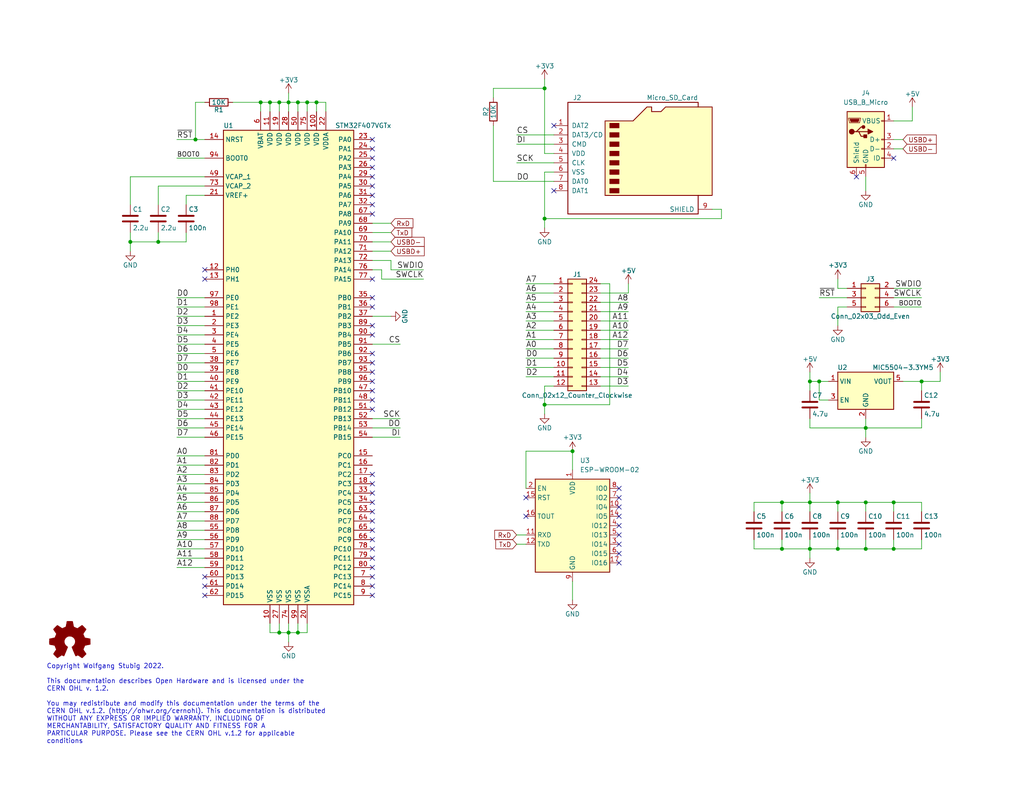
<source format=kicad_sch>
(kicad_sch (version 20211123) (generator eeschema)
  (paper "USLetter")
  (title_block (title "PlusCart Duo(+)") (date "2022-07-28") (rev "2") (company "Wolfgang Stubig"))
  (lib_symbols
    (symbol "Connector:Micro_SD_Card" (pin_names (offset 1.016))
      (property "Reference" "J" (at -16.51 15.24 0))
      (property "Value" "Micro_SD_Card" (at 16.51 15.24 0))
      (symbol "Micro_SD_Card_1_1"
        (pin bidirectional line (at -22.86 7.62 0) (length 3.81) (name "DAT2") (number "1"))
        (pin bidirectional line (at -22.86 5.08 0) (length 3.81) (name "DAT3/CD") (number "2"))
        (pin input line (at -22.86 2.54 0) (length 3.81) (name "CMD") (number "3"))
        (pin power_in line (at -22.86 0 0) (length 3.81) (name "VDD") (number "4"))
        (pin input line (at -22.86 -2.54 0) (length 3.81) (name "CLK") (number "5"))
        (pin power_in line (at -22.86 -5.08 0) (length 3.81) (name "VSS") (number "6"))
        (pin bidirectional line (at -22.86 -7.62 0) (length 3.81) (name "DAT0") (number "7"))
        (pin bidirectional line (at -22.86 -10.16 0) (length 3.81) (name "DAT1") (number "8"))
        (pin passive line (at 20.32 -15.24 180) (length 3.81) (name "SHIELD") (number "9"))
      )
    )
    (symbol "Connector:USB_B_Micro" (pin_names (offset 1.016))
      (property "Reference" "J" (at -5.08 11.43 0))
      (property "Value" "USB_B_Micro" (at -5.08 8.89 0))
      (symbol "USB_B_Micro_1_1"
        (pin power_out line (at 7.62 5.08 180) (length 2.54) (name "VBUS") (number "1"))
        (pin bidirectional line (at 7.62 -2.54 180) (length 2.54) (name "D-") (number "2"))
        (pin bidirectional line (at 7.62 0 180) (length 2.54) (name "D+") (number "3"))
        (pin passive line (at 7.62 -5.08 180) (length 2.54) (name "ID") (number "4"))
        (pin power_out line (at 0 -10.16 90) (length 2.54) (name "GND") (number "5"))
        (pin passive line (at -2.54 -10.16 90) (length 2.54) (name "Shield") (number "6"))
      )
    )
    (symbol "Connector_Generic:Conn_02x03_Odd_Even" (pin_names (offset 1.016) hide)
      (property "Reference" "J" (at 1.27 5.08 0))
      (property "Value" "Conn_02x03_Odd_Even" (at 1.27 -5.08 0))
      (symbol "Conn_02x03_Odd_Even_1_1"
        (pin passive line (at -5.08 2.54 0) (length 3.81) (name "Pin_1") (number "1"))
        (pin passive line (at 7.62 2.54 180) (length 3.81) (name "Pin_2") (number "2"))
        (pin passive line (at -5.08 0 0) (length 3.81) (name "Pin_3") (number "3"))
        (pin passive line (at 7.62 0 180) (length 3.81) (name "Pin_4") (number "4"))
        (pin passive line (at -5.08 -2.54 0) (length 3.81) (name "Pin_5") (number "5"))
        (pin passive line (at 7.62 -2.54 180) (length 3.81) (name "Pin_6") (number "6"))
      )
    )
    (symbol "Connector_Generic:Conn_02x12_Counter_Clockwise" (pin_names (offset 1.016) hide)
      (property "Reference" "J" (at 1.27 15.24 0))
      (property "Value" "Conn_02x12_Counter_Clockwise" (at 1.27 -17.78 0))
      (symbol "Conn_02x12_Counter_Clockwise_1_1"
        (pin passive line (at -5.08 12.7 0) (length 3.81) (name "Pin_1") (number "1"))
        (pin passive line (at -5.08 -10.16 0) (length 3.81) (name "Pin_10") (number "10"))
        (pin passive line (at -5.08 -12.7 0) (length 3.81) (name "Pin_11") (number "11"))
        (pin passive line (at -5.08 -15.24 0) (length 3.81) (name "Pin_12") (number "12"))
        (pin passive line (at 7.62 -15.24 180) (length 3.81) (name "Pin_13") (number "13"))
        (pin passive line (at 7.62 -12.7 180) (length 3.81) (name "Pin_14") (number "14"))
        (pin passive line (at 7.62 -10.16 180) (length 3.81) (name "Pin_15") (number "15"))
        (pin passive line (at 7.62 -7.62 180) (length 3.81) (name "Pin_16") (number "16"))
        (pin passive line (at 7.62 -5.08 180) (length 3.81) (name "Pin_17") (number "17"))
        (pin passive line (at 7.62 -2.54 180) (length 3.81) (name "Pin_18") (number "18"))
        (pin passive line (at 7.62 0 180) (length 3.81) (name "Pin_19") (number "19"))
        (pin passive line (at -5.08 10.16 0) (length 3.81) (name "Pin_2") (number "2"))
        (pin passive line (at 7.62 2.54 180) (length 3.81) (name "Pin_20") (number "20"))
        (pin passive line (at 7.62 5.08 180) (length 3.81) (name "Pin_21") (number "21"))
        (pin passive line (at 7.62 7.62 180) (length 3.81) (name "Pin_22") (number "22"))
        (pin passive line (at 7.62 10.16 180) (length 3.81) (name "Pin_23") (number "23"))
        (pin passive line (at 7.62 12.7 180) (length 3.81) (name "Pin_24") (number "24"))
        (pin passive line (at -5.08 7.62 0) (length 3.81) (name "Pin_3") (number "3"))
        (pin passive line (at -5.08 5.08 0) (length 3.81) (name "Pin_4") (number "4"))
        (pin passive line (at -5.08 2.54 0) (length 3.81) (name "Pin_5") (number "5"))
        (pin passive line (at -5.08 0 0) (length 3.81) (name "Pin_6") (number "6"))
        (pin passive line (at -5.08 -2.54 0) (length 3.81) (name "Pin_7") (number "7"))
        (pin passive line (at -5.08 -5.08 0) (length 3.81) (name "Pin_8") (number "8"))
        (pin passive line (at -5.08 -7.62 0) (length 3.81) (name "Pin_9") (number "9"))
      )
    )
    (symbol "Device:C" (pin_numbers hide) (pin_names (offset 0.254))
      (property "Reference" "C" (at 0.635 2.54 0))
      (property "Value" "C" (at 0.635 -2.54 0))
      (symbol "C_1_1"
        (pin passive line (at 0 3.81 270) (length 2.794) (name "~") (number "1"))
        (pin passive line (at 0 -3.81 90) (length 2.794) (name "~") (number "2"))
      )
    )
    (symbol "Device:R" (pin_numbers hide) (pin_names (offset 0))
      (property "Reference" "R" (at 2.032 0 90))
      (property "Value" "R" (at 0 0 90))
      (symbol "R_1_1"
        (pin passive line (at 0 3.81 270) (length 1.27) (name "~") (number "1"))
        (pin passive line (at 0 -3.81 90) (length 1.27) (name "~") (number "2"))
      )
    )
    (symbol "Graphic:Logo_Open_Hardware_Small" (pin_names (offset 1.016)))
    (symbol "MCU_ST_STM32F41:STM32F407VGTx"
      (property "Reference" "U" (at -17.78 64.77 0))
      (property "Value" "STM32F407VGTx" (at 12.7 64.77 0))
      (symbol "STM32F407VGTx_1_1"
        (pin bidirectional line (at -22.86 12.7 0) (length 5.08) (name "PE2") (number "1"))
        (pin power_in line (at -5.08 -71.12 90) (length 5.08) (name "VSS") (number "10"))
        (pin power_in line (at 7.62 68.58 270) (length 5.08) (name "VDD") (number "100"))
        (pin power_in line (at -5.08 68.58 270) (length 5.08) (name "VDD") (number "11"))
        (pin input line (at -22.86 25.4 0) (length 5.08) (name "PH0") (number "12"))
        (pin input line (at -22.86 22.86 0) (length 5.08) (name "PH1") (number "13"))
        (pin input line (at -22.86 60.96 0) (length 5.08) (name "NRST") (number "14"))
        (pin bidirectional line (at 22.86 -25.4 180) (length 5.08) (name "PC0") (number "15"))
        (pin bidirectional line (at 22.86 -27.94 180) (length 5.08) (name "PC1") (number "16"))
        (pin bidirectional line (at 22.86 -30.48 180) (length 5.08) (name "PC2") (number "17"))
        (pin bidirectional line (at 22.86 -33.02 180) (length 5.08) (name "PC3") (number "18"))
        (pin power_in line (at -2.54 68.58 270) (length 5.08) (name "VDD") (number "19"))
        (pin bidirectional line (at -22.86 10.16 0) (length 5.08) (name "PE3") (number "2"))
        (pin power_in line (at 5.08 -71.12 90) (length 5.08) (name "VSSA") (number "20"))
        (pin power_in line (at -22.86 45.72 0) (length 5.08) (name "VREF+") (number "21"))
        (pin power_in line (at 10.16 68.58 270) (length 5.08) (name "VDDA") (number "22"))
        (pin bidirectional line (at 22.86 60.96 180) (length 5.08) (name "PA0") (number "23"))
        (pin bidirectional line (at 22.86 58.42 180) (length 5.08) (name "PA1") (number "24"))
        (pin bidirectional line (at 22.86 55.88 180) (length 5.08) (name "PA2") (number "25"))
        (pin bidirectional line (at 22.86 53.34 180) (length 5.08) (name "PA3") (number "26"))
        (pin power_in line (at -2.54 -71.12 90) (length 5.08) (name "VSS") (number "27"))
        (pin power_in line (at 0 68.58 270) (length 5.08) (name "VDD") (number "28"))
        (pin bidirectional line (at 22.86 50.8 180) (length 5.08) (name "PA4") (number "29"))
        (pin bidirectional line (at -22.86 7.62 0) (length 5.08) (name "PE4") (number "3"))
        (pin bidirectional line (at 22.86 48.26 180) (length 5.08) (name "PA5") (number "30"))
        (pin bidirectional line (at 22.86 45.72 180) (length 5.08) (name "PA6") (number "31"))
        (pin bidirectional line (at 22.86 43.18 180) (length 5.08) (name "PA7") (number "32"))
        (pin bidirectional line (at 22.86 -35.56 180) (length 5.08) (name "PC4") (number "33"))
        (pin bidirectional line (at 22.86 -38.1 180) (length 5.08) (name "PC5") (number "34"))
        (pin bidirectional line (at 22.86 17.78 180) (length 5.08) (name "PB0") (number "35"))
        (pin bidirectional line (at 22.86 15.24 180) (length 5.08) (name "PB1") (number "36"))
        (pin bidirectional line (at 22.86 12.7 180) (length 5.08) (name "PB2") (number "37"))
        (pin bidirectional line (at -22.86 0 0) (length 5.08) (name "PE7") (number "38"))
        (pin bidirectional line (at -22.86 -2.54 0) (length 5.08) (name "PE8") (number "39"))
        (pin bidirectional line (at -22.86 5.08 0) (length 5.08) (name "PE5") (number "4"))
        (pin bidirectional line (at -22.86 -5.08 0) (length 5.08) (name "PE9") (number "40"))
        (pin bidirectional line (at -22.86 -7.62 0) (length 5.08) (name "PE10") (number "41"))
        (pin bidirectional line (at -22.86 -10.16 0) (length 5.08) (name "PE11") (number "42"))
        (pin bidirectional line (at -22.86 -12.7 0) (length 5.08) (name "PE12") (number "43"))
        (pin bidirectional line (at -22.86 -15.24 0) (length 5.08) (name "PE13") (number "44"))
        (pin bidirectional line (at -22.86 -17.78 0) (length 5.08) (name "PE14") (number "45"))
        (pin bidirectional line (at -22.86 -20.32 0) (length 5.08) (name "PE15") (number "46"))
        (pin bidirectional line (at 22.86 -7.62 180) (length 5.08) (name "PB10") (number "47"))
        (pin bidirectional line (at 22.86 -10.16 180) (length 5.08) (name "PB11") (number "48"))
        (pin power_in line (at -22.86 50.8 0) (length 5.08) (name "VCAP_1") (number "49"))
        (pin bidirectional line (at -22.86 2.54 0) (length 5.08) (name "PE6") (number "5"))
        (pin power_in line (at 2.54 68.58 270) (length 5.08) (name "VDD") (number "50"))
        (pin bidirectional line (at 22.86 -12.7 180) (length 5.08) (name "PB12") (number "51"))
        (pin bidirectional line (at 22.86 -15.24 180) (length 5.08) (name "PB13") (number "52"))
        (pin bidirectional line (at 22.86 -17.78 180) (length 5.08) (name "PB14") (number "53"))
        (pin bidirectional line (at 22.86 -20.32 180) (length 5.08) (name "PB15") (number "54"))
        (pin bidirectional line (at -22.86 -45.72 0) (length 5.08) (name "PD8") (number "55"))
        (pin bidirectional line (at -22.86 -48.26 0) (length 5.08) (name "PD9") (number "56"))
        (pin bidirectional line (at -22.86 -50.8 0) (length 5.08) (name "PD10") (number "57"))
        (pin bidirectional line (at -22.86 -53.34 0) (length 5.08) (name "PD11") (number "58"))
        (pin bidirectional line (at -22.86 -55.88 0) (length 5.08) (name "PD12") (number "59"))
        (pin power_in line (at -7.62 68.58 270) (length 5.08) (name "VBAT") (number "6"))
        (pin bidirectional line (at -22.86 -58.42 0) (length 5.08) (name "PD13") (number "60"))
        (pin bidirectional line (at -22.86 -60.96 0) (length 5.08) (name "PD14") (number "61"))
        (pin bidirectional line (at -22.86 -63.5 0) (length 5.08) (name "PD15") (number "62"))
        (pin bidirectional line (at 22.86 -40.64 180) (length 5.08) (name "PC6") (number "63"))
        (pin bidirectional line (at 22.86 -43.18 180) (length 5.08) (name "PC7") (number "64"))
        (pin bidirectional line (at 22.86 -45.72 180) (length 5.08) (name "PC8") (number "65"))
        (pin bidirectional line (at 22.86 -48.26 180) (length 5.08) (name "PC9") (number "66"))
        (pin bidirectional line (at 22.86 40.64 180) (length 5.08) (name "PA8") (number "67"))
        (pin bidirectional line (at 22.86 38.1 180) (length 5.08) (name "PA9") (number "68"))
        (pin bidirectional line (at 22.86 35.56 180) (length 5.08) (name "PA10") (number "69"))
        (pin bidirectional line (at 22.86 -58.42 180) (length 5.08) (name "PC13") (number "7"))
        (pin bidirectional line (at 22.86 33.02 180) (length 5.08) (name "PA11") (number "70"))
        (pin bidirectional line (at 22.86 30.48 180) (length 5.08) (name "PA12") (number "71"))
        (pin bidirectional line (at 22.86 27.94 180) (length 5.08) (name "PA13") (number "72"))
        (pin power_in line (at -22.86 48.26 0) (length 5.08) (name "VCAP_2") (number "73"))
        (pin power_in line (at 0 -71.12 90) (length 5.08) (name "VSS") (number "74"))
        (pin power_in line (at 5.08 68.58 270) (length 5.08) (name "VDD") (number "75"))
        (pin bidirectional line (at 22.86 25.4 180) (length 5.08) (name "PA14") (number "76"))
        (pin bidirectional line (at 22.86 22.86 180) (length 5.08) (name "PA15") (number "77"))
        (pin bidirectional line (at 22.86 -50.8 180) (length 5.08) (name "PC10") (number "78"))
        (pin bidirectional line (at 22.86 -53.34 180) (length 5.08) (name "PC11") (number "79"))
        (pin bidirectional line (at 22.86 -60.96 180) (length 5.08) (name "PC14") (number "8"))
        (pin bidirectional line (at 22.86 -55.88 180) (length 5.08) (name "PC12") (number "80"))
        (pin bidirectional line (at -22.86 -25.4 0) (length 5.08) (name "PD0") (number "81"))
        (pin bidirectional line (at -22.86 -27.94 0) (length 5.08) (name "PD1") (number "82"))
        (pin bidirectional line (at -22.86 -30.48 0) (length 5.08) (name "PD2") (number "83"))
        (pin bidirectional line (at -22.86 -33.02 0) (length 5.08) (name "PD3") (number "84"))
        (pin bidirectional line (at -22.86 -35.56 0) (length 5.08) (name "PD4") (number "85"))
        (pin bidirectional line (at -22.86 -38.1 0) (length 5.08) (name "PD5") (number "86"))
        (pin bidirectional line (at -22.86 -40.64 0) (length 5.08) (name "PD6") (number "87"))
        (pin bidirectional line (at -22.86 -43.18 0) (length 5.08) (name "PD7") (number "88"))
        (pin bidirectional line (at 22.86 10.16 180) (length 5.08) (name "PB3") (number "89"))
        (pin bidirectional line (at 22.86 -63.5 180) (length 5.08) (name "PC15") (number "9"))
        (pin bidirectional line (at 22.86 7.62 180) (length 5.08) (name "PB4") (number "90"))
        (pin bidirectional line (at 22.86 5.08 180) (length 5.08) (name "PB5") (number "91"))
        (pin bidirectional line (at 22.86 2.54 180) (length 5.08) (name "PB6") (number "92"))
        (pin bidirectional line (at 22.86 0 180) (length 5.08) (name "PB7") (number "93"))
        (pin input line (at -22.86 55.88 0) (length 5.08) (name "BOOT0") (number "94"))
        (pin bidirectional line (at 22.86 -2.54 180) (length 5.08) (name "PB8") (number "95"))
        (pin bidirectional line (at 22.86 -5.08 180) (length 5.08) (name "PB9") (number "96"))
        (pin bidirectional line (at -22.86 17.78 0) (length 5.08) (name "PE0") (number "97"))
        (pin bidirectional line (at -22.86 15.24 0) (length 5.08) (name "PE1") (number "98"))
        (pin power_in line (at 2.54 -71.12 90) (length 5.08) (name "VSS") (number "99"))
      )
    )
    (symbol "RF_Module:ESP-WROOM-02"
      (property "Reference" "U" (at -7.62 13.97 0))
      (property "Value" "ESP-WROOM-02" (at 10.16 13.97 0))
      (symbol "ESP-WROOM-02_1_1"
        (pin power_in line (at 0 15.24 270) (length 2.54) (name "VDD") (number "1"))
        (pin bidirectional line (at 12.7 5.08 180) (length 2.54) (name "IO4") (number "10"))
        (pin bidirectional line (at -12.7 -2.54 0) (length 2.54) (name "RXD") (number "11"))
        (pin bidirectional line (at -12.7 -5.08 0) (length 2.54) (name "TXD") (number "12"))
        (pin passive line (at 0 -15.24 90) (length 2.54) hide (name "GND") (number "13"))
        (pin bidirectional line (at 12.7 2.54 180) (length 2.54) (name "IO5") (number "14"))
        (pin input line (at -12.7 7.62 0) (length 2.54) (name "RST") (number "15"))
        (pin input line (at -12.7 2.54 0) (length 2.54) (name "TOUT") (number "16"))
        (pin bidirectional line (at 12.7 -10.16 180) (length 2.54) (name "IO16") (number "17"))
        (pin passive line (at 0 -15.24 90) (length 2.54) hide (name "GND") (number "18"))
        (pin passive line (at 0 -15.24 90) (length 2.54) hide (name "GND") (number "19"))
        (pin input line (at -12.7 10.16 0) (length 2.54) (name "EN") (number "2"))
        (pin bidirectional line (at 12.7 -5.08 180) (length 2.54) (name "IO14") (number "3"))
        (pin bidirectional line (at 12.7 0 180) (length 2.54) (name "IO12") (number "4"))
        (pin bidirectional line (at 12.7 -2.54 180) (length 2.54) (name "IO13") (number "5"))
        (pin bidirectional line (at 12.7 -7.62 180) (length 2.54) (name "IO15") (number "6"))
        (pin bidirectional line (at 12.7 7.62 180) (length 2.54) (name "IO2") (number "7"))
        (pin bidirectional line (at 12.7 10.16 180) (length 2.54) (name "IO0") (number "8"))
        (pin power_in line (at 0 -15.24 90) (length 2.54) (name "GND") (number "9"))
      )
    )
    (symbol "Regulator_Linear:MIC5504-3.3YM5"
      (property "Reference" "U" (at -7.62 8.89 0))
      (property "Value" "MIC5504-3.3YM5" (at -7.62 6.35 0))
      (symbol "MIC5504-3.3YM5_1_1"
        (pin power_in line (at -10.16 2.54 0) (length 2.54) (name "VIN") (number "1"))
        (pin power_in line (at 0 -7.62 90) (length 2.54) (name "GND") (number "2"))
        (pin input line (at -10.16 -2.54 0) (length 2.54) (name "EN") (number "3"))
        (pin no_connect line (at 7.62 -2.54 180) (length 2.54) hide (name "NC") (number "4"))
        (pin power_out line (at 10.16 2.54 180) (length 2.54) (name "VOUT") (number "5"))
      )
    )
    (symbol "power:+3V3" (power) (pin_names (offset 0))
      (property "Value" "+3V3" (at 0 3.556 0))
      (symbol "+3V3_1_1"
        (pin power_in line (at 0 0 90) (length 0) hide (name "+3V3") (number "1"))
      )
    )
    (symbol "power:+5V" (power) (pin_names (offset 0))
      (property "Value" "+5V" (at 0 3.556 0))
      (symbol "+5V_1_1"
        (pin power_in line (at 0 0 90) (length 0) hide (name "+5V") (number "1"))
      )
    )
    (symbol "power:GND" (power) (pin_names (offset 0))
      (property "Value" "GND" (at 0 -3.81 0))
      (symbol "GND_1_1"
        (pin power_in line (at 0 0 270) (length 0) hide (name "GND") (number "1"))
      )
    )
  )
  (junction (at 73.66 27.94))
  (junction (at 148.59 110.49))
  (junction (at 220.98 137.16))
  (junction (at 76.2 172.72))
  (junction (at 220.98 149.86))
  (junction (at 228.6 149.86))
  (junction (at 35.56 66.04))
  (junction (at 71.12 27.94))
  (junction (at 236.22 137.16))
  (junction (at 243.84 149.86))
  (junction (at 213.36 137.16))
  (junction (at 228.6 137.16))
  (junction (at 148.59 24.13))
  (junction (at 236.22 116.84))
  (junction (at 81.28 27.94))
  (junction (at 81.28 172.72))
  (junction (at 220.98 104.14))
  (junction (at 43.18 66.04))
  (junction (at 156.21 123.19))
  (junction (at 213.36 149.86))
  (junction (at 223.52 104.14))
  (junction (at 148.59 59.69))
  (junction (at 76.2 27.94))
  (junction (at 243.84 137.16))
  (junction (at 53.34 38.1))
  (junction (at 83.82 27.94))
  (junction (at 251.46 104.14))
  (junction (at 236.22 149.86))
  (junction (at 78.74 27.94))
  (junction (at 86.36 27.94))
  (junction (at 78.74 172.72))
  (no_connect (at 168.91 143.51))
  (no_connect (at 101.6 160.02))
  (no_connect (at 233.68 48.26))
  (no_connect (at 101.6 58.42))
  (no_connect (at 168.91 140.97))
  (no_connect (at 151.13 34.29))
  (no_connect (at 168.91 146.05))
  (no_connect (at 55.88 162.56))
  (no_connect (at 101.6 96.52))
  (no_connect (at 101.6 99.06))
  (no_connect (at 101.6 139.7))
  (no_connect (at 143.51 135.89))
  (no_connect (at 101.6 76.2))
  (no_connect (at 168.91 148.59))
  (no_connect (at 101.6 152.4))
  (no_connect (at 101.6 50.8))
  (no_connect (at 168.91 153.67))
  (no_connect (at 101.6 104.14))
  (no_connect (at 101.6 142.24))
  (no_connect (at 101.6 101.6))
  (no_connect (at 101.6 157.48))
  (no_connect (at 101.6 55.88))
  (no_connect (at 101.6 83.82))
  (no_connect (at 143.51 140.97))
  (no_connect (at 101.6 144.78))
  (no_connect (at 168.91 135.89))
  (no_connect (at 101.6 162.56))
  (no_connect (at 168.91 151.13))
  (no_connect (at 101.6 48.26))
  (no_connect (at 101.6 43.18))
  (no_connect (at 168.91 138.43))
  (no_connect (at 101.6 111.76))
  (no_connect (at 101.6 81.28))
  (no_connect (at 101.6 149.86))
  (no_connect (at 101.6 134.62))
  (no_connect (at 101.6 88.9))
  (no_connect (at 101.6 38.1))
  (no_connect (at 168.91 133.35))
  (no_connect (at 101.6 40.64))
  (no_connect (at 101.6 109.22))
  (no_connect (at 101.6 147.32))
  (no_connect (at 101.6 45.72))
  (no_connect (at 101.6 132.08))
  (no_connect (at 55.88 157.48))
  (no_connect (at 101.6 53.34))
  (no_connect (at 101.6 137.16))
  (no_connect (at 101.6 154.94))
  (no_connect (at 55.88 76.2))
  (no_connect (at 101.6 91.44))
  (no_connect (at 101.6 106.68))
  (no_connect (at 243.84 43.18))
  (no_connect (at 55.88 160.02))
  (no_connect (at 151.13 52.07))
  (no_connect (at 101.6 129.54))
  (no_connect (at 55.88 73.66))
  (wire (pts (xy 109.22 93.98) (xy 101.6 93.98)))
  (wire (pts (xy 220.98 149.86) (xy 228.6 149.86)))
  (wire (pts (xy 53.34 27.94) (xy 55.88 27.94)))
  (wire (pts (xy 48.26 43.18) (xy 55.88 43.18)))
  (wire (pts (xy 213.36 137.16) (xy 220.98 137.16)))
  (wire (pts (xy 171.45 87.63) (xy 163.83 87.63)))
  (wire (pts (xy 171.45 85.09) (xy 163.83 85.09)))
  (wire (pts (xy 151.13 41.91) (xy 148.59 41.91)))
  (wire (pts (xy 43.18 66.04) (xy 50.8 66.04)))
  (wire (pts (xy 251.46 104.14) (xy 251.46 106.68)))
  (wire (pts (xy 143.51 123.19) (xy 156.21 123.19)))
  (wire (pts (xy 73.66 170.18) (xy 73.66 172.72)))
  (wire (pts (xy 78.74 172.72) (xy 81.28 172.72)))
  (wire (pts (xy 101.6 86.36) (xy 106.68 86.36)))
  (wire (pts (xy 48.26 127) (xy 55.88 127)))
  (wire (pts (xy 220.98 134.62) (xy 220.98 137.16)))
  (wire (pts (xy 251.46 104.14) (xy 256.54 104.14)))
  (wire (pts (xy 251.46 149.86) (xy 251.46 147.32)))
  (wire (pts (xy 243.84 81.28) (xy 251.46 81.28)))
  (wire (pts (xy 243.84 149.86) (xy 251.46 149.86)))
  (wire (pts (xy 243.84 137.16) (xy 251.46 137.16)))
  (wire (pts (xy 140.97 148.59) (xy 143.51 148.59)))
  (wire (pts (xy 243.84 83.82) (xy 251.46 83.82)))
  (wire (pts (xy 236.22 114.3) (xy 236.22 116.84)))
  (wire (pts (xy 148.59 105.41) (xy 151.13 105.41)))
  (wire (pts (xy 101.6 116.84) (xy 109.22 116.84)))
  (wire (pts (xy 48.26 104.14) (xy 55.88 104.14)))
  (wire (pts (xy 220.98 116.84) (xy 220.98 114.3)))
  (wire (pts (xy 48.26 119.38) (xy 55.88 119.38)))
  (wire (pts (xy 101.6 66.04) (xy 106.68 66.04)))
  (wire (pts (xy 53.34 38.1) (xy 53.34 27.94)))
  (wire (pts (xy 71.12 30.48) (xy 71.12 27.94)))
  (wire (pts (xy 243.84 137.16) (xy 243.84 139.7)))
  (wire (pts (xy 115.57 73.66) (xy 106.68 73.66)))
  (wire (pts (xy 76.2 30.48) (xy 76.2 27.94)))
  (wire (pts (xy 109.22 119.38) (xy 101.6 119.38)))
  (wire (pts (xy 48.26 86.36) (xy 55.88 86.36)))
  (wire (pts (xy 148.59 59.69) (xy 148.59 62.23)))
  (wire (pts (xy 228.6 149.86) (xy 236.22 149.86)))
  (wire (pts (xy 236.22 116.84) (xy 251.46 116.84)))
  (wire (pts (xy 55.88 53.34) (xy 50.8 53.34)))
  (wire (pts (xy 220.98 116.84) (xy 236.22 116.84)))
  (wire (pts (xy 143.51 95.25) (xy 151.13 95.25)))
  (wire (pts (xy 48.26 139.7) (xy 55.88 139.7)))
  (wire (pts (xy 35.56 66.04) (xy 35.56 68.58)))
  (wire (pts (xy 228.6 147.32) (xy 228.6 149.86)))
  (wire (pts (xy 243.84 149.86) (xy 243.84 147.32)))
  (wire (pts (xy 48.26 149.86) (xy 55.88 149.86)))
  (wire (pts (xy 101.6 60.96) (xy 106.68 60.96)))
  (wire (pts (xy 163.83 90.17) (xy 171.45 90.17)))
  (wire (pts (xy 251.46 78.74) (xy 243.84 78.74)))
  (wire (pts (xy 246.38 104.14) (xy 251.46 104.14)))
  (wire (pts (xy 50.8 53.34) (xy 50.8 55.88)))
  (wire (pts (xy 83.82 27.94) (xy 86.36 27.94)))
  (wire (pts (xy 220.98 104.14) (xy 223.52 104.14)))
  (wire (pts (xy 220.98 149.86) (xy 220.98 152.4)))
  (wire (pts (xy 236.22 116.84) (xy 236.22 119.38)))
  (wire (pts (xy 48.26 106.68) (xy 55.88 106.68)))
  (wire (pts (xy 231.14 81.28) (xy 223.52 81.28)))
  (wire (pts (xy 78.74 170.18) (xy 78.74 172.72)))
  (wire (pts (xy 148.59 24.13) (xy 148.59 21.59)))
  (wire (pts (xy 236.22 149.86) (xy 243.84 149.86)))
  (wire (pts (xy 143.51 102.87) (xy 151.13 102.87)))
  (wire (pts (xy 81.28 172.72) (xy 83.82 172.72)))
  (wire (pts (xy 148.59 24.13) (xy 134.62 24.13)))
  (wire (pts (xy 55.88 48.26) (xy 35.56 48.26)))
  (wire (pts (xy 213.36 137.16) (xy 213.36 139.7)))
  (wire (pts (xy 76.2 170.18) (xy 76.2 172.72)))
  (wire (pts (xy 236.22 137.16) (xy 243.84 137.16)))
  (wire (pts (xy 251.46 116.84) (xy 251.46 114.3)))
  (wire (pts (xy 55.88 91.44) (xy 48.26 91.44)))
  (wire (pts (xy 196.85 57.15) (xy 194.31 57.15)))
  (wire (pts (xy 243.84 38.1) (xy 246.38 38.1)))
  (wire (pts (xy 43.18 50.8) (xy 43.18 55.88)))
  (wire (pts (xy 73.66 27.94) (xy 76.2 27.94)))
  (wire (pts (xy 151.13 87.63) (xy 143.51 87.63)))
  (wire (pts (xy 151.13 44.45) (xy 140.97 44.45)))
  (wire (pts (xy 76.2 172.72) (xy 78.74 172.72)))
  (wire (pts (xy 205.74 137.16) (xy 213.36 137.16)))
  (wire (pts (xy 86.36 27.94) (xy 88.9 27.94)))
  (wire (pts (xy 148.59 41.91) (xy 148.59 24.13)))
  (wire (pts (xy 163.83 82.55) (xy 171.45 82.55)))
  (wire (pts (xy 55.88 134.62) (xy 48.26 134.62)))
  (wire (pts (xy 50.8 66.04) (xy 50.8 63.5)))
  (wire (pts (xy 205.74 137.16) (xy 205.74 139.7)))
  (wire (pts (xy 220.98 147.32) (xy 220.98 149.86)))
  (wire (pts (xy 104.14 76.2) (xy 104.14 73.66)))
  (wire (pts (xy 43.18 66.04) (xy 43.18 63.5)))
  (wire (pts (xy 104.14 73.66) (xy 101.6 73.66)))
  (wire (pts (xy 148.59 46.99) (xy 148.59 59.69)))
  (wire (pts (xy 223.52 109.22) (xy 223.52 104.14)))
  (wire (pts (xy 48.26 88.9) (xy 55.88 88.9)))
  (wire (pts (xy 248.92 33.02) (xy 243.84 33.02)))
  (wire (pts (xy 55.88 152.4) (xy 48.26 152.4)))
  (wire (pts (xy 151.13 82.55) (xy 143.51 82.55)))
  (wire (pts (xy 48.26 154.94) (xy 55.88 154.94)))
  (wire (pts (xy 115.57 76.2) (xy 104.14 76.2)))
  (wire (pts (xy 134.62 24.13) (xy 134.62 26.67)))
  (wire (pts (xy 156.21 123.19) (xy 156.21 128.27)))
  (wire (pts (xy 143.51 80.01) (xy 151.13 80.01)))
  (wire (pts (xy 106.68 71.12) (xy 101.6 71.12)))
  (wire (pts (xy 163.83 105.41) (xy 171.45 105.41)))
  (wire (pts (xy 151.13 46.99) (xy 148.59 46.99)))
  (wire (pts (xy 236.22 139.7) (xy 236.22 137.16)))
  (wire (pts (xy 140.97 39.37) (xy 151.13 39.37)))
  (wire (pts (xy 48.26 116.84) (xy 55.88 116.84)))
  (wire (pts (xy 151.13 97.79) (xy 143.51 97.79)))
  (wire (pts (xy 143.51 85.09) (xy 151.13 85.09)))
  (wire (pts (xy 81.28 30.48) (xy 81.28 27.94)))
  (wire (pts (xy 53.34 38.1) (xy 55.88 38.1)))
  (wire (pts (xy 88.9 27.94) (xy 88.9 30.48)))
  (wire (pts (xy 48.26 96.52) (xy 55.88 96.52)))
  (wire (pts (xy 134.62 49.53) (xy 151.13 49.53)))
  (wire (pts (xy 163.83 95.25) (xy 171.45 95.25)))
  (wire (pts (xy 83.82 172.72) (xy 83.82 170.18)))
  (wire (pts (xy 231.14 78.74) (xy 228.6 78.74)))
  (wire (pts (xy 196.85 59.69) (xy 196.85 57.15)))
  (wire (pts (xy 213.36 149.86) (xy 213.36 147.32)))
  (wire (pts (xy 148.59 105.41) (xy 148.59 110.49)))
  (wire (pts (xy 81.28 170.18) (xy 81.28 172.72)))
  (wire (pts (xy 55.88 147.32) (xy 48.26 147.32)))
  (wire (pts (xy 48.26 144.78) (xy 55.88 144.78)))
  (wire (pts (xy 71.12 27.94) (xy 73.66 27.94)))
  (wire (pts (xy 151.13 77.47) (xy 143.51 77.47)))
  (wire (pts (xy 256.54 104.14) (xy 256.54 101.6)))
  (wire (pts (xy 55.88 129.54) (xy 48.26 129.54)))
  (wire (pts (xy 35.56 48.26) (xy 35.56 55.88)))
  (wire (pts (xy 166.37 110.49) (xy 148.59 110.49)))
  (wire (pts (xy 163.83 77.47) (xy 166.37 77.47)))
  (wire (pts (xy 226.06 109.22) (xy 223.52 109.22)))
  (wire (pts (xy 35.56 66.04) (xy 43.18 66.04)))
  (wire (pts (xy 48.26 132.08) (xy 55.88 132.08)))
  (wire (pts (xy 73.66 30.48) (xy 73.66 27.94)))
  (wire (pts (xy 156.21 158.75) (xy 156.21 163.83)))
  (wire (pts (xy 171.45 97.79) (xy 163.83 97.79)))
  (wire (pts (xy 78.74 172.72) (xy 78.74 175.26)))
  (wire (pts (xy 55.88 142.24) (xy 48.26 142.24)))
  (wire (pts (xy 213.36 149.86) (xy 220.98 149.86)))
  (wire (pts (xy 248.92 29.21) (xy 248.92 33.02)))
  (wire (pts (xy 243.84 40.64) (xy 246.38 40.64)))
  (wire (pts (xy 223.52 104.14) (xy 226.06 104.14)))
  (wire (pts (xy 55.88 111.76) (xy 48.26 111.76)))
  (wire (pts (xy 109.22 114.3) (xy 101.6 114.3)))
  (wire (pts (xy 171.45 102.87) (xy 163.83 102.87)))
  (wire (pts (xy 140.97 146.05) (xy 143.51 146.05)))
  (wire (pts (xy 81.28 27.94) (xy 83.82 27.94)))
  (wire (pts (xy 228.6 83.82) (xy 228.6 88.9)))
  (wire (pts (xy 148.59 110.49) (xy 148.59 113.03)))
  (wire (pts (xy 205.74 149.86) (xy 213.36 149.86)))
  (wire (pts (xy 76.2 27.94) (xy 78.74 27.94)))
  (wire (pts (xy 83.82 30.48) (xy 83.82 27.94)))
  (wire (pts (xy 78.74 25.4) (xy 78.74 27.94)))
  (wire (pts (xy 48.26 81.28) (xy 55.88 81.28)))
  (wire (pts (xy 220.98 137.16) (xy 220.98 139.7)))
  (wire (pts (xy 205.74 149.86) (xy 205.74 147.32)))
  (wire (pts (xy 78.74 27.94) (xy 81.28 27.94)))
  (wire (pts (xy 134.62 49.53) (xy 134.62 34.29)))
  (wire (pts (xy 151.13 100.33) (xy 143.51 100.33)))
  (wire (pts (xy 78.74 27.94) (xy 78.74 30.48)))
  (wire (pts (xy 143.51 90.17) (xy 151.13 90.17)))
  (wire (pts (xy 73.66 172.72) (xy 76.2 172.72)))
  (wire (pts (xy 148.59 59.69) (xy 196.85 59.69)))
  (wire (pts (xy 48.26 101.6) (xy 55.88 101.6)))
  (wire (pts (xy 171.45 77.47) (xy 171.45 80.01)))
  (wire (pts (xy 220.98 104.14) (xy 220.98 106.68)))
  (wire (pts (xy 86.36 30.48) (xy 86.36 27.94)))
  (wire (pts (xy 151.13 92.71) (xy 143.51 92.71)))
  (wire (pts (xy 55.88 124.46) (xy 48.26 124.46)))
  (wire (pts (xy 236.22 48.26) (xy 236.22 52.07)))
  (wire (pts (xy 228.6 137.16) (xy 236.22 137.16)))
  (wire (pts (xy 48.26 38.1) (xy 53.34 38.1)))
  (wire (pts (xy 48.26 109.22) (xy 55.88 109.22)))
  (wire (pts (xy 231.14 83.82) (xy 228.6 83.82)))
  (wire (pts (xy 220.98 137.16) (xy 228.6 137.16)))
  (wire (pts (xy 140.97 36.83) (xy 151.13 36.83)))
  (wire (pts (xy 228.6 78.74) (xy 228.6 76.2)))
  (wire (pts (xy 163.83 100.33) (xy 171.45 100.33)))
  (wire (pts (xy 48.26 93.98) (xy 55.88 93.98)))
  (wire (pts (xy 35.56 63.5) (xy 35.56 66.04)))
  (wire (pts (xy 55.88 50.8) (xy 43.18 50.8)))
  (wire (pts (xy 251.46 137.16) (xy 251.46 139.7)))
  (wire (pts (xy 48.26 83.82) (xy 55.88 83.82)))
  (wire (pts (xy 228.6 139.7) (xy 228.6 137.16)))
  (wire (pts (xy 48.26 99.06) (xy 55.88 99.06)))
  (wire (pts (xy 220.98 101.6) (xy 220.98 104.14)))
  (wire (pts (xy 63.5 27.94) (xy 71.12 27.94)))
  (wire (pts (xy 236.22 147.32) (xy 236.22 149.86)))
  (wire (pts (xy 55.88 137.16) (xy 48.26 137.16)))
  (wire (pts (xy 106.68 73.66) (xy 106.68 71.12)))
  (wire (pts (xy 171.45 92.71) (xy 163.83 92.71)))
  (wire (pts (xy 166.37 77.47) (xy 166.37 110.49)))
  (wire (pts (xy 171.45 80.01) (xy 163.83 80.01)))
  (wire (pts (xy 101.6 68.58) (xy 106.68 68.58)))
  (wire (pts (xy 143.51 133.35) (xy 143.51 123.19)))
  (wire (pts (xy 48.26 114.3) (xy 55.88 114.3)))
  (wire (pts (xy 101.6 63.5) (xy 106.68 63.5)))
  (text "Copyright Wolfgang Stubig 2022.\n\nThis documentation describes Open Hardware and is licensed under the\nCERN OHL v. 1.2.\n\nYou may redistribute and modify this documentation under the terms of the\nCERN OHL v.1.2. (http://ohwr.org/cernohl). This documentation is distributed\nWITHOUT ANY EXPRESS OR IMPLIED WARRANTY, INCLUDING OF\nMERCHANTABILITY, SATISFACTORY QUALITY AND FITNESS FOR A\nPARTICULAR PURPOSE. Please see the CERN OHL v.1.2 for applicable\nconditions" (at 12.7 203.2 0) (effects (font (size 1.27 1.27)) (justify left bottom)))
  (label "D6" (at 48.26 116.84 0) (effects (font (size 1.524 1.524))))
  (label "A9" (at 171.45 85.09 180) (effects (font (size 1.524 1.524))))
  (label "D4" (at 171.45 102.87 180) (effects (font (size 1.524 1.524))))
  (label "A1" (at 143.51 92.71 0) (effects (font (size 1.524 1.524))))
  (label "D7" (at 48.26 119.38 0) (effects (font (size 1.524 1.524))))
  (label "SCK" (at 109.22 114.3 180) (effects (font (size 1.524 1.524))))
  (label "A1" (at 48.26 127 0) (effects (font (size 1.524 1.524))))
  (label "D7" (at 48.26 99.06 0) (effects (font (size 1.524 1.524))))
  (label "A2" (at 143.51 90.17 0) (effects (font (size 1.524 1.524))))
  (label "SWDIO" (at 115.57 73.66 180) (effects (font (size 1.524 1.524))))
  (label "CS" (at 140.97 36.83 0) (effects (font (size 1.524 1.524))))
  (label "A7" (at 143.51 77.47 0) (effects (font (size 1.524 1.524))))
  (label "D5" (at 48.26 114.3 0) (effects (font (size 1.524 1.524))))
  (label "D6" (at 171.45 97.79 180) (effects (font (size 1.524 1.524))))
  (label "A2" (at 48.26 129.54 0) (effects (font (size 1.524 1.524))))
  (label "~{RST}" (at 48.26 38.1 0) (effects (font (size 1.524 1.524))))
  (label "D3" (at 48.26 88.9 0) (effects (font (size 1.524 1.524))))
  (label "A10" (at 48.26 149.86 0) (effects (font (size 1.524 1.524))))
  (label "A6" (at 143.51 80.01 0) (effects (font (size 1.524 1.524))))
  (label "DO" (at 109.22 116.84 180) (effects (font (size 1.524 1.524))))
  (label "D1" (at 48.26 104.14 0) (effects (font (size 1.524 1.524))))
  (label "A10" (at 171.45 90.17 180) (effects (font (size 1.524 1.524))))
  (label "D5" (at 171.45 100.33 180) (effects (font (size 1.524 1.524))))
  (label "A4" (at 143.51 85.09 0) (effects (font (size 1.524 1.524))))
  (label "D5" (at 48.26 93.98 0) (effects (font (size 1.524 1.524))))
  (label "D0" (at 48.26 101.6 0) (effects (font (size 1.524 1.524))))
  (label "A0" (at 143.51 95.25 0) (effects (font (size 1.524 1.524))))
  (label "SWCLK" (at 251.46 81.28 180) (effects (font (size 1.524 1.524))))
  (label "A12" (at 171.45 92.71 180) (effects (font (size 1.524 1.524))))
  (label "D4" (at 48.26 91.44 0) (effects (font (size 1.524 1.524))))
  (label "D2" (at 143.51 102.87 0) (effects (font (size 1.524 1.524))))
  (label "D2" (at 48.26 106.68 0) (effects (font (size 1.524 1.524))))
  (label "A12" (at 48.26 154.94 0) (effects (font (size 1.524 1.524))))
  (label "A0" (at 48.26 124.46 0) (effects (font (size 1.524 1.524))))
  (label "D4" (at 48.26 111.76 0) (effects (font (size 1.524 1.524))))
  (label "D0" (at 48.26 81.28 0) (effects (font (size 1.524 1.524))))
  (label "D3" (at 171.45 105.41 180) (effects (font (size 1.524 1.524))))
  (label "A8" (at 171.45 82.55 180) (effects (font (size 1.524 1.524))))
  (label "~{RST}" (at 223.52 81.28 0) (effects (font (size 1.524 1.524))))
  (label "SWCLK" (at 115.57 76.2 180) (effects (font (size 1.524 1.524))))
  (label "D1" (at 143.51 100.33 0) (effects (font (size 1.524 1.524))))
  (label "A7" (at 48.26 142.24 0) (effects (font (size 1.524 1.524))))
  (label "A4" (at 48.26 134.62 0) (effects (font (size 1.524 1.524))))
  (label "SWDIO" (at 251.46 78.74 180) (effects (font (size 1.524 1.524))))
  (label "SCK" (at 140.97 44.45 0) (effects (font (size 1.524 1.524))))
  (label "A5" (at 143.51 82.55 0) (effects (font (size 1.524 1.524))))
  (label "A3" (at 48.26 132.08 0) (effects (font (size 1.524 1.524))))
  (label "D6" (at 48.26 96.52 0) (effects (font (size 1.524 1.524))))
  (label "DI" (at 140.97 39.37 0) (effects (font (size 1.524 1.524))))
  (label "A6" (at 48.26 139.7 0) (effects (font (size 1.524 1.524))))
  (label "A11" (at 171.45 87.63 180) (effects (font (size 1.524 1.524))))
  (label "A11" (at 48.26 152.4 0) (effects (font (size 1.524 1.524))))
  (label "D0" (at 143.51 97.79 0) (effects (font (size 1.524 1.524))))
  (label "A9" (at 48.26 147.32 0) (effects (font (size 1.524 1.524))))
  (label "CS" (at 109.22 93.98 180) (effects (font (size 1.524 1.524))))
  (label "D2" (at 48.26 86.36 0) (effects (font (size 1.524 1.524))))
  (label "DI" (at 109.22 119.38 180) (effects (font (size 1.524 1.524))))
  (label "DO" (at 140.97 49.53 0) (effects (font (size 1.524 1.524))))
  (label "D3" (at 48.26 109.22 0) (effects (font (size 1.524 1.524))))
  (label "A3" (at 143.51 87.63 0) (effects (font (size 1.524 1.524))))
  (label "A8" (at 48.26 144.78 0) (effects (font (size 1.524 1.524))))
  (label "D7" (at 171.45 95.25 180) (effects (font (size 1.524 1.524))))
  (label "D1" (at 48.26 83.82 0) (effects (font (size 1.524 1.524))))
  (label "BOOT0" (at 251.46 83.82 180))
  (label "A5" (at 48.26 137.16 0) (effects (font (size 1.524 1.524))))
  (label "BOOT0" (at 48.26 43.18 0))
  (global_label "USBD-" (shape input) (at 106.68 66.04 0) (property "Intersheet References" "${INTERSHEET_REFS}" (effects hide)))
  (global_label "RxD" (shape input) (at 106.68 60.96 0) (property "Intersheet References" "${INTERSHEET_REFS}" (effects hide)))
  (global_label "TxD" (shape input) (at 140.97 148.59 180) (property "Intersheet References" "${INTERSHEET_REFS}" (effects hide)))
  (global_label "USBD+" (shape input) (at 246.38 38.1 0) (property "Intersheet References" "${INTERSHEET_REFS}" (effects hide)))
  (global_label "RxD" (shape input) (at 140.97 146.05 180) (property "Intersheet References" "${INTERSHEET_REFS}" (effects hide)))
  (global_label "TxD" (shape input) (at 106.68 63.5 0) (property "Intersheet References" "${INTERSHEET_REFS}" (effects hide)))
  (global_label "USBD+" (shape input) (at 106.68 68.58 0) (property "Intersheet References" "${INTERSHEET_REFS}" (effects hide)))
  (global_label "USBD-" (shape input) (at 246.38 40.64 0) (property "Intersheet References" "${INTERSHEET_REFS}" (effects hide)))
  (symbol (lib_id "Connector_Generic:Conn_02x12_Counter_Clockwise") (at 156.21 90.17 0) (unit 1)
    (property "Reference" "J1" (at 157.48 74.93 0))
    (property "Value" "Conn_02x12_Counter_Clockwise" (at 157.48 107.95 0))
    (property "Footprint" "unocart-2600:2600-CARTRIDGE" (effects hide))
  )
  (symbol (lib_id "power:GND") (at 148.59 113.03 0) (unit 1)
    (property "Reference" "#PWR01" (effects hide))
    (property "Value" "GND" (at 148.59 116.84 0))
  )
  (symbol (lib_id "power:+5V") (at 171.45 77.47 0) (unit 1)
    (property "Reference" "#PWR02" (effects hide))
    (property "Value" "+5V" (at 171.45 73.914 0))
  )
  (symbol (lib_id "MCU_ST_STM32F41:STM32F407VGTx") (at 78.74 99.06 0) (unit 1)
    (property "Reference" "U1" (at 60.96 34.29 0) (effects (justify left)))
    (property "Value" "STM32F407VGTx" (at 91.44 34.29 0) (effects (justify left)))
    (property "Footprint" "Package_QFP:LQFP-100_14x14mm_P0.5mm" (effects hide))
  )
  (symbol (lib_id "power:GND") (at 78.74 175.26 0) (unit 1)
    (property "Reference" "#PWR03" (effects hide))
    (property "Value" "GND" (at 78.74 179.07 0))
  )
  (symbol (lib_id "power:+3V3") (at 78.74 25.4 0) (unit 1)
    (property "Reference" "#PWR04" (effects hide))
    (property "Value" "+3V3" (at 78.74 21.844 0))
  )
  (symbol (lib_id "Device:R") (at 59.69 27.94 270) (unit 1)
    (property "Reference" "R1" (at 59.69 29.972 90))
    (property "Value" "10K" (at 59.69 27.94 90))
    (property "Footprint" "Resistor_SMD:R_0603_1608Metric" (effects hide))
  )
  (symbol (lib_id "Device:C") (at 43.18 59.69 0) (unit 1)
    (property "Reference" "C2" (at 43.815 57.15 0) (effects (justify left)))
    (property "Value" "2.2u" (at 43.815 62.23 0) (effects (justify left)))
    (property "Footprint" "Capacitor_SMD:C_0603_1608Metric" (effects hide))
  )
  (symbol (lib_id "Device:C") (at 35.56 59.69 0) (unit 1)
    (property "Reference" "C1" (at 36.195 57.15 0) (effects (justify left)))
    (property "Value" "2.2u" (at 36.195 62.23 0) (effects (justify left)))
    (property "Footprint" "Capacitor_SMD:C_0603_1608Metric" (effects hide))
  )
  (symbol (lib_id "power:GND") (at 35.56 68.58 0) (unit 1)
    (property "Reference" "#PWR05" (effects hide))
    (property "Value" "GND" (at 35.56 72.39 0))
  )
  (symbol (lib_id "Connector:Micro_SD_Card") (at 173.99 41.91 0) (unit 1)
    (property "Reference" "J2" (at 157.48 26.67 0))
    (property "Value" "Micro_SD_Card" (at 190.5 26.67 0) (effects (justify right)))
    (property "Footprint" "unocart-2600:microSD_HRO_TF_01A" (effects hide))
  )
  (symbol (lib_id "power:GND") (at 148.59 62.23 0) (unit 1)
    (property "Reference" "#PWR06" (effects hide))
    (property "Value" "GND" (at 148.59 66.04 0))
  )
  (symbol (lib_id "power:+3V3") (at 148.59 21.59 0) (unit 1)
    (property "Reference" "#PWR07" (effects hide))
    (property "Value" "+3V3" (at 148.59 18.034 0))
  )
  (symbol (lib_id "Device:C") (at 50.8 59.69 0) (unit 1)
    (property "Reference" "C3" (at 51.435 57.15 0) (effects (justify left)))
    (property "Value" "100n" (at 51.435 62.23 0) (effects (justify left)))
    (property "Footprint" "Capacitor_SMD:C_0603_1608Metric" (effects hide))
  )
  (symbol (lib_id "Device:C") (at 220.98 143.51 0) (unit 1)
    (property "Reference" "C8" (at 221.615 140.97 0) (effects (justify left)))
    (property "Value" "100n" (at 221.615 146.05 0) (effects (justify left)))
    (property "Footprint" "Capacitor_SMD:C_0603_1608Metric" (effects hide))
  )
  (symbol (lib_id "Device:C") (at 228.6 143.51 0) (unit 1)
    (property "Reference" "C9" (at 229.235 140.97 0) (effects (justify left)))
    (property "Value" "100n" (at 229.235 146.05 0) (effects (justify left)))
    (property "Footprint" "Capacitor_SMD:C_0603_1608Metric" (effects hide))
  )
  (symbol (lib_id "Device:C") (at 236.22 143.51 0) (unit 1)
    (property "Reference" "C10" (at 236.855 140.97 0) (effects (justify left)))
    (property "Value" "100n" (at 236.855 146.05 0) (effects (justify left)))
    (property "Footprint" "Capacitor_SMD:C_0603_1608Metric" (effects hide))
  )
  (symbol (lib_id "Device:C") (at 213.36 143.51 0) (unit 1)
    (property "Reference" "C6" (at 213.995 140.97 0) (effects (justify left)))
    (property "Value" "100n" (at 213.995 146.05 0) (effects (justify left)))
    (property "Footprint" "Capacitor_SMD:C_0603_1608Metric" (effects hide))
  )
  (symbol (lib_id "Device:C") (at 205.74 143.51 0) (unit 1)
    (property "Reference" "C5" (at 206.375 140.97 0) (effects (justify left)))
    (property "Value" "100n" (at 206.375 146.05 0) (effects (justify left)))
    (property "Footprint" "Capacitor_SMD:C_0603_1608Metric" (effects hide))
  )
  (symbol (lib_id "Device:C") (at 243.84 143.51 0) (unit 1)
    (property "Reference" "C11" (at 244.475 140.97 0) (effects (justify left)))
    (property "Value" "100n" (at 244.475 146.05 0) (effects (justify left)))
    (property "Footprint" "Capacitor_SMD:C_0603_1608Metric" (effects hide))
  )
  (symbol (lib_id "power:GND") (at 220.98 152.4 0) (unit 1)
    (property "Reference" "#PWR08" (effects hide))
    (property "Value" "GND" (at 220.98 156.21 0))
  )
  (symbol (lib_id "power:+3V3") (at 220.98 134.62 0) (unit 1)
    (property "Reference" "#PWR09" (effects hide))
    (property "Value" "+3V3" (at 220.98 131.064 0))
  )
  (symbol (lib_id "Connector_Generic:Conn_02x03_Odd_Even") (at 236.22 81.28 0) (unit 1)
    (property "Reference" "J3" (at 237.49 76.2 0))
    (property "Value" "Conn_02x03_Odd_Even" (at 237.49 86.36 0))
    (property "Footprint" "Connector:Tag-Connect_TC2030-IDC-NL_2x03_P1.27mm_Vertical" (effects hide))
  )
  (symbol (lib_id "power:+3V3") (at 228.6 76.2 0) (unit 1)
    (property "Reference" "#PWR010" (effects hide))
    (property "Value" "+3V3" (at 228.6 72.39 0))
  )
  (symbol (lib_id "power:GND") (at 228.6 88.9 0) (unit 1)
    (property "Reference" "#PWR011" (effects hide))
    (property "Value" "GND" (at 228.6 92.71 0))
  )
  (symbol (lib_id "Regulator_Linear:MIC5504-3.3YM5") (at 236.22 106.68 0) (unit 1)
    (property "Reference" "U2" (at 229.87 100.33 0))
    (property "Value" "MIC5504-3.3YM5" (at 246.38 100.33 0))
    (property "Footprint" "Package_TO_SOT_SMD:SOT-23-5" (effects hide))
  )
  (symbol (lib_id "power:GND") (at 236.22 119.38 0) (unit 1)
    (property "Reference" "#PWR012" (effects hide))
    (property "Value" "GND" (at 236.22 123.19 0))
  )
  (symbol (lib_id "Device:C") (at 220.98 110.49 0) (unit 1)
    (property "Reference" "C7" (at 221.615 107.95 0) (effects (justify left)))
    (property "Value" "4.7u" (at 221.615 113.03 0) (effects (justify left)))
    (property "Footprint" "Capacitor_SMD:C_0805_2012Metric" (effects hide))
  )
  (symbol (lib_id "Device:C") (at 251.46 110.49 0) (unit 1)
    (property "Reference" "C12" (at 252.095 107.95 0) (effects (justify left)))
    (property "Value" "4.7u" (at 252.095 113.03 0) (effects (justify left)))
    (property "Footprint" "Capacitor_SMD:C_0805_2012Metric" (effects hide))
  )
  (symbol (lib_id "power:+5V") (at 220.98 101.6 0) (unit 1)
    (property "Reference" "#PWR013" (effects hide))
    (property "Value" "+5V" (at 220.98 98.044 0))
  )
  (symbol (lib_id "power:+3V3") (at 256.54 101.6 0) (unit 1)
    (property "Reference" "#PWR014" (effects hide))
    (property "Value" "+3V3" (at 256.54 98.044 0))
  )
  (symbol (lib_id "Device:C") (at 251.46 143.51 0) (unit 1)
    (property "Reference" "C13" (at 252.095 140.97 0) (effects (justify left)))
    (property "Value" "100n" (at 252.095 146.05 0) (effects (justify left)))
    (property "Footprint" "Capacitor_SMD:C_0603_1608Metric" (effects hide))
  )
  (symbol (lib_id "Device:R") (at 134.62 30.48 180) (unit 1)
    (property "Reference" "R2" (at 132.588 30.48 90))
    (property "Value" "10K" (at 134.62 30.48 90))
    (property "Footprint" "Resistor_SMD:R_0603_1608Metric" (effects hide))
  )
  (symbol (lib_id "Graphic:Logo_Open_Hardware_Small") (at 19.05 175.26 0) (unit 1)
    (property "Reference" "#LOGO1" (effects hide))
    (property "Value" "Logo_Open_Hardware_Small" (effects hide))
    (property "Footprint" "Symbol:OSHW-Symbol_8.9x8mm_SilkScreen" (effects hide))
  )
  (symbol (lib_id "power:GND") (at 156.21 163.83 0) (unit 1)
    (property "Reference" "#PWR0102" (effects hide))
    (property "Value" "GND" (at 156.21 167.64 0))
  )
  (symbol (lib_id "Connector:USB_B_Micro") (at 236.22 38.1 0) (unit 1)
    (property "Reference" "J4" (at 236.22 25.4 0))
    (property "Value" "USB_B_Micro" (at 236.22 27.94 0))
    (property "Footprint" "Connector_USB:USB_Micro-B_Molex_47346-0001" (effects hide))
  )
  (symbol (lib_id "power:+3V3") (at 156.21 123.19 0) (unit 1)
    (property "Reference" "#PWR0103" (effects hide))
    (property "Value" "+3V3" (at 156.21 119.38 0))
  )
  (symbol (lib_id "power:GND") (at 106.68 86.36 90) (unit 1)
    (property "Reference" "#PWR?" (effects hide))
    (property "Value" "GND" (at 110.49 86.36 0))
  )
  (symbol (lib_id "power:GND") (at 236.22 52.07 0) (unit 1)
    (property "Reference" "#PWR0104" (effects hide))
    (property "Value" "GND" (at 236.22 55.88 0))
  )
  (symbol (lib_id "power:+5V") (at 248.92 29.21 0) (unit 1)
    (property "Reference" "#PWR0105" (effects hide))
    (property "Value" "+5V" (at 248.92 25.654 0))
  )
  (symbol (lib_id "RF_Module:ESP-WROOM-02") (at 156.21 143.51 0) (unit 1)
    (property "Reference" "U3" (at 158.2294 125.73 0) (effects (justify left)))
    (property "Value" "ESP-WROOM-02" (at 158.2294 128.27 0) (effects (justify left)))
    (property "Footprint" "RF_Module:ESP-WROOM-02" (effects hide))
    (property "Datasheet" "https://www.espressif.com/sites/default/files/documentation/0c-esp-wroom-02_datasheet_en.pdf" (effects hide))
  )
)
</source>
